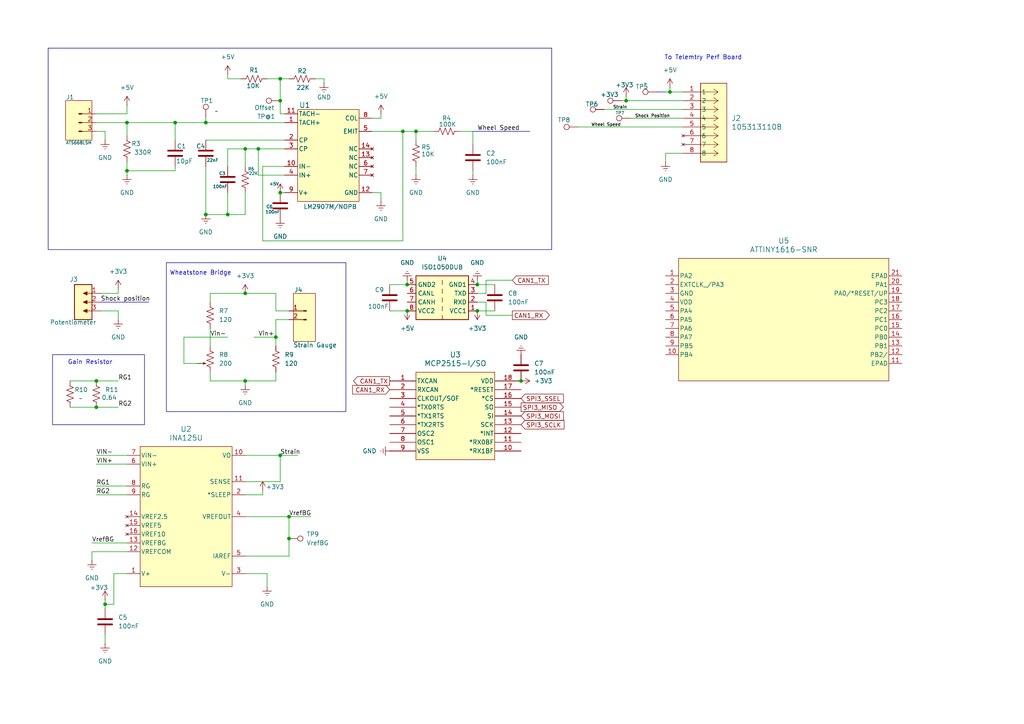
<source format=kicad_sch>
(kicad_sch (version 20231120) (generator "eeschema") (generator_version "8.0")
  (paper "A4")
  (lib_symbols
    (symbol "Conn_01x02_Pin_1" (pin_names (offset 1.016) hide)
      (property "Reference" "J4" (at 3.556 -8.636 0))
      (property "Value" "Strain Gauge" (at 3.81 7.366 0))
      (symbol "Conn_01x02_Pin_1_1_1"
        (polyline (pts (xy 1.27 -2.54) (xy 0.8636 -2.54)) (stroke (width 0.1524)))
        (polyline (pts (xy 1.27 0) (xy 0.8636 0)) (stroke (width 0.1524)))
        (rectangle (start 0.8636 -2.413) (end 0 -2.667) (stroke (width 0.1524)) (fill (type outline)))
        (rectangle (start 0.8636 0.127) (end 0 -0.127) (stroke (width 0.1524)) (fill (type outline)))
        (pin passive line (at 5.08 -2.54 180) (length 3.81) (name "Pin_2") (number "1"))
        (pin passive line (at 5.08 0 180) (length 3.81) (name "Pin_1") (number "2"))
      )
    )
    (symbol "Connector:Conn_01x03_Pin" (pin_names (offset 1.016) hide)
      (property "Reference" "J1" (at -2.54 7.366 0))
      (property "Value" "ATS668LSM" (at 1.27 -6.35 0))
      (symbol "Conn_01x03_Pin_1_1"
        (rectangle (start -3.81 6.35) (end 3.81 -5.08) (stroke (width 0) (color 132 0 0 1)) (fill (type background)))
        (polyline (pts (xy 1.27 -2.54) (xy 0.8636 -2.54)) (stroke (width 0.1524)))
        (polyline (pts (xy 1.27 0) (xy 0.8636 0)) (stroke (width 0.1524)))
        (polyline (pts (xy 1.27 2.54) (xy 0.8636 2.54)) (stroke (width 0.1524)))
        (rectangle (start 0.8636 -2.413) (end 0 -2.667) (stroke (width 0.1524)) (fill (type outline)))
        (rectangle (start 0.8636 0.127) (end 0 -0.127) (stroke (width 0.1524)) (fill (type outline)))
        (rectangle (start 0.8636 2.667) (end 0 2.413) (stroke (width 0.1524)) (fill (type outline)))
        (pin passive line (at 5.08 2.54 180) (length 3.81) (name "Pin_1") (number "1"))
        (pin passive line (at 5.08 0 180) (length 3.81) (name "Pin_2") (number "2"))
        (pin passive line (at 5.08 -2.54 180) (length 3.81) (name "Pin_3") (number "3"))
      )
    )
    (symbol "Connector:TestPoint" (pin_numbers hide) (pin_names (offset 0.762) hide)
      (property "Reference" "TP" (at 0 6.858 0))
      (property "Value" "TestPoint" (at 0 5.08 0))
      (symbol "TestPoint_0_1"
        (circle (center 0 3.302) (radius 0.762))
      )
      (symbol "TestPoint_1_1"
        (pin passive line (at 0 0 90) (length 2.54) (name "1") (number "1"))
      )
    )
    (symbol "Device:C" (pin_numbers hide) (pin_names (offset 0.254))
      (property "Reference" "C" (at 0.635 2.54 0))
      (property "Value" "C" (at 0.635 -2.54 0))
      (symbol "C_0_1"
        (polyline (pts (xy -2.032 -0.762) (xy 2.032 -0.762)) (stroke (width 0.508)))
        (polyline (pts (xy -2.032 0.762) (xy 2.032 0.762)) (stroke (width 0.508)))
      )
      (symbol "C_1_1"
        (pin passive line (at 0 3.81 270) (length 2.794) (name "~") (number "1"))
        (pin passive line (at 0 -3.81 90) (length 2.794) (name "~") (number "2"))
      )
    )
    (symbol "Device:R_Potentiometer" (pin_names (offset 1.016) hide)
      (property "Reference" "J3" (at -2.794 7.874 0))
      (property "Value" "R_Potentiometer" (at 2.54 -4.572 0))
      (symbol "R_Potentiometer_0_1"
        (polyline (pts (xy -1.27 -1.27) (xy -0.127 -0.762) (xy -0.127 -1.778) (xy -1.27 -1.27)) (fill (type outline)))
        (polyline (pts (xy -1.27 1.27) (xy -0.127 1.778) (xy -0.127 0.762) (xy -1.27 1.27)) (fill (type outline)))
        (polyline (pts (xy -1.27 3.81) (xy -0.127 4.318) (xy -0.127 3.302) (xy -1.27 3.81)) (fill (type outline)))
      )
      (symbol "R_Potentiometer_1_1"
        (rectangle (start -3.81 6.35) (end 1.27 -3.81) (stroke (width 0.254)) (fill (type background)))
        (pin passive line (at 3.81 3.81 180) (length 3.81) (name "1") (number "1"))
        (pin passive line (at 3.81 1.27 180) (length 3.81) (name "2") (number "2"))
        (pin passive line (at 3.81 -1.27 180) (length 3.81) (name "3") (number "3"))
      )
    )
    (symbol "Device:R_US" (pin_numbers hide) (pin_names (offset 0))
      (property "Reference" "R" (at 2.54 0 90))
      (property "Value" "R_US" (at -2.54 0 90))
      (symbol "R_US_0_1"
        (polyline (pts (xy 0 -2.286) (xy 0 -2.54)))
        (polyline (pts (xy 0 2.286) (xy 0 2.54)))
        (polyline (pts (xy 0 -0.762) (xy 1.016 -1.143) (xy 0 -1.524) (xy -1.016 -1.905) (xy 0 -2.286)))
        (polyline (pts (xy 0 0.762) (xy 1.016 0.381) (xy 0 0) (xy -1.016 -0.381) (xy 0 -0.762)))
        (polyline (pts (xy 0 2.286) (xy 1.016 1.905) (xy 0 1.524) (xy -1.016 1.143) (xy 0 0.762)))
      )
      (symbol "R_US_1_1"
        (pin passive line (at 0 3.81 270) (length 1.27) (name "~") (number "1"))
        (pin passive line (at 0 -3.81 90) (length 1.27) (name "~") (number "2"))
      )
    )
    (symbol "FS_3_Global_Symbol_Library:LM2907M_NOPB" (pin_names (offset 0.254))
      (property "Value" "LM2907M/NOPB" (at 8.636 -5.334 0))
      (symbol "LM2907M_NOPB_1_1"
        (rectangle (start 0 22.86) (end 17.78 -3.81) (fill (type background)))
        (pin input line (at -3.81 19.05 0) (length 3.81) (name "TACH+") (number "1"))
        (pin input line (at -3.81 6.35 0) (length 3.81) (name "IN-") (number "10"))
        (pin input line (at -3.81 21.59 0) (length 3.81) (name "TACH-") (number "11"))
        (pin power_in line (at 21.59 -1.27 180) (length 3.81) (name "GND") (number "12"))
        (pin no_connect line (at 21.59 8.89 180) (length 3.81) (name "NC") (number "13"))
        (pin no_connect line (at 21.59 11.43 180) (length 3.81) (name "NC") (number "14"))
        (pin passive line (at -3.81 13.97 0) (length 3.81) (name "CP") (number "2"))
        (pin passive line (at -3.81 11.43 0) (length 3.81) (name "CP") (number "3"))
        (pin passive line (at -3.81 3.81 0) (length 3.81) (name "IN+") (number "4"))
        (pin passive line (at 21.59 16.51 180) (length 3.81) (name "EMIT") (number "5"))
        (pin no_connect line (at 21.59 6.35 180) (length 3.81) (name "NC") (number "6"))
        (pin no_connect line (at 21.59 3.81 180) (length 3.81) (name "NC") (number "7"))
        (pin passive line (at 21.59 20.32 180) (length 3.81) (name "COL") (number "8"))
        (pin power_in line (at -3.81 -1.27 0) (length 3.81) (name "V+") (number "9"))
      )
    )
    (symbol "FS_3_Global_Symbol_Library:MCP2515-I_SO" (pin_names (offset 0.254))
      (property "Reference" "U" (at 18.796 7.874 0))
      (property "Value" "MCP2515-I/SO" (at 18.796 4.318 0))
      (symbol "MCP2515-I_SO_0_1"
        (pin unspecified line (at 0 0 0) (length 7.62) (name "TXCAN") (number "1"))
        (pin unspecified line (at 38.1 -20.32 180) (length 7.62) (name "*RX1BF") (number "10"))
        (pin unspecified line (at 38.1 -17.78 180) (length 7.62) (name "*RX0BF") (number "11"))
        (pin unspecified line (at 38.1 -15.24 180) (length 7.62) (name "*INT") (number "12"))
        (pin unspecified line (at 38.1 -12.7 180) (length 7.62) (name "SCK") (number "13"))
        (pin unspecified line (at 38.1 -10.16 180) (length 7.62) (name "SI") (number "14"))
        (pin unspecified line (at 38.1 -7.62 180) (length 7.62) (name "SO") (number "15"))
        (pin unspecified line (at 38.1 -5.08 180) (length 7.62) (name "*CS") (number "16"))
        (pin unspecified line (at 38.1 -2.54 180) (length 7.62) (name "*RESET") (number "17"))
        (pin unspecified line (at 38.1 0 180) (length 7.62) (name "VDD") (number "18"))
        (pin unspecified line (at 0 -2.54 0) (length 7.62) (name "RXCAN") (number "2"))
        (pin unspecified line (at 0 -5.08 0) (length 7.62) (name "CLKOUT/SOF") (number "3"))
        (pin unspecified line (at 0 -7.62 0) (length 7.62) (name "*TX0RTS") (number "4"))
        (pin unspecified line (at 0 -10.16 0) (length 7.62) (name "*TX1RTS") (number "5"))
        (pin unspecified line (at 0 -12.7 0) (length 7.62) (name "*TX2RTS") (number "6"))
        (pin unspecified line (at 0 -15.24 0) (length 7.62) (name "OSC2") (number "7"))
        (pin unspecified line (at 0 -17.78 0) (length 7.62) (name "OSC1") (number "8"))
        (pin unspecified line (at 0 -20.32 0) (length 7.62) (name "VSS") (number "9"))
      )
      (symbol "MCP2515-I_SO_1_1"
        (rectangle (start 7.62 2.54) (end 30.48 -22.86) (fill (type background)))
      )
    )
    (symbol "Graphic:SYM_Arrow_Tiny" (in_bom no) (on_board no)
      (symbol "SYM_Arrow_Tiny_0_1"
        (polyline (pts (xy 1.27 0) (xy -1.27 0)))
        (polyline (pts (xy 1.27 0) (xy 0.508 -0.254) (xy 0.508 0.254) (xy 1.27 0)) (fill (type outline)))
      )
    )
    (symbol "Interface_CAN_LIN:ISO1050DUB"
      (property "Reference" "U" (at -6.35 6.35 0))
      (property "Value" "ISO1050DUB" (at 2.54 6.35 0))
      (symbol "ISO1050DUB_0_1"
        (rectangle (start -7.62 5.08) (end 7.62 -7.62) (stroke (width 0.254)) (fill (type background)))
        (polyline (pts (xy 0 -5.08) (xy 0 -6.35)))
        (polyline (pts (xy 0 -2.54) (xy 0 -3.81)))
        (polyline (pts (xy 0 0) (xy 0 -1.27)))
        (polyline (pts (xy 0 2.54) (xy 0 1.27)))
        (polyline (pts (xy 0 5.08) (xy 0 3.81)))
      )
      (symbol "ISO1050DUB_1_1"
        (pin power_in line (at -10.16 2.54 0) (length 2.54) (name "VCC1") (number "1"))
        (pin output line (at -10.16 0 0) (length 2.54) (name "RXD") (number "2"))
        (pin input line (at -10.16 -2.54 0) (length 2.54) (name "TXD") (number "3"))
        (pin power_in line (at -10.16 -5.08 0) (length 2.54) (name "GND1") (number "4"))
        (pin power_in line (at 10.16 -5.08 180) (length 2.54) (name "GND2") (number "5"))
        (pin bidirectional line (at 10.16 -2.54 180) (length 2.54) (name "CANL") (number "6"))
        (pin bidirectional line (at 10.16 0 180) (length 2.54) (name "CANH") (number "7"))
        (pin power_in line (at 10.16 2.54 180) (length 2.54) (name "VCC2") (number "8"))
      )
    )
    (symbol "New_Library:1053131108" (pin_names (offset 0.254))
      (property "Reference" "J2" (at 13.97 -7.6199 0))
      (property "Value" "1053131108" (at 13.97 -10.1599 0))
      (symbol "1053131108_1_1"
        (polyline (pts (xy 5.08 -20.32) (xy 12.7 -20.32)) (stroke (width 0.127)))
        (polyline (pts (xy 5.08 2.54) (xy 5.08 -20.32)) (stroke (width 0.127)))
        (polyline (pts (xy 10.16 -17.78) (xy 5.08 -17.78)) (stroke (width 0.127)))
        (polyline (pts (xy 10.16 -17.78) (xy 8.89 -18.6267)) (stroke (width 0.127)))
        (polyline (pts (xy 10.16 -17.78) (xy 8.89 -16.9333)) (stroke (width 0.127)))
        (polyline (pts (xy 10.16 -15.24) (xy 5.08 -15.24)) (stroke (width 0.127)))
        (polyline (pts (xy 10.16 -15.24) (xy 8.89 -16.0867)) (stroke (width 0.127)))
        (polyline (pts (xy 10.16 -15.24) (xy 8.89 -14.3933)) (stroke (width 0.127)))
        (polyline (pts (xy 10.16 -12.7) (xy 5.08 -12.7)) (stroke (width 0.127)))
        (polyline (pts (xy 10.16 -12.7) (xy 8.89 -13.5467)) (stroke (width 0.127)))
        (polyline (pts (xy 10.16 -12.7) (xy 8.89 -11.8533)) (stroke (width 0.127)))
        (polyline (pts (xy 10.16 -10.16) (xy 5.08 -10.16)) (stroke (width 0.127)))
        (polyline (pts (xy 10.16 -10.16) (xy 8.89 -11.0067)) (stroke (width 0.127)))
        (polyline (pts (xy 10.16 -10.16) (xy 8.89 -9.3133)) (stroke (width 0.127)))
        (polyline (pts (xy 10.16 -7.62) (xy 5.08 -7.62)) (stroke (width 0.127)))
        (polyline (pts (xy 10.16 -7.62) (xy 8.89 -8.4667)) (stroke (width 0.127)))
        (polyline (pts (xy 10.16 -7.62) (xy 8.89 -6.7733)) (stroke (width 0.127)))
        (polyline (pts (xy 10.16 -5.08) (xy 5.08 -5.08)) (stroke (width 0.127)))
        (polyline (pts (xy 10.16 -5.08) (xy 8.89 -5.9267)) (stroke (width 0.127)))
        (polyline (pts (xy 10.16 -5.08) (xy 8.89 -4.2333)) (stroke (width 0.127)))
        (polyline (pts (xy 10.16 -2.54) (xy 5.08 -2.54)) (stroke (width 0.127)))
        (polyline (pts (xy 10.16 -2.54) (xy 8.89 -3.3867)) (stroke (width 0.127)))
        (polyline (pts (xy 10.16 -2.54) (xy 8.89 -1.6933)) (stroke (width 0.127)))
        (polyline (pts (xy 10.16 0) (xy 5.08 0)) (stroke (width 0.127)))
        (polyline (pts (xy 10.16 0) (xy 8.89 -0.8467)) (stroke (width 0.127)))
        (polyline (pts (xy 10.16 0) (xy 8.89 0.8467)) (stroke (width 0.127)))
        (polyline (pts (xy 12.7 2.54) (xy 5.08 2.54)) (stroke (width 0.127)))
        (rectangle (start 5.08 2.54) (end 12.7 -20.32) (fill (type background)))
        (pin unspecified line (at 0 0 0) (length 5.08) (name "1") (number "1"))
        (pin unspecified line (at 0 -2.54 0) (length 5.08) (name "2") (number "2"))
        (pin unspecified line (at 0 -5.08 0) (length 5.08) (name "3") (number "3"))
        (pin unspecified line (at 0 -7.62 0) (length 5.08) (name "4") (number "4"))
        (pin unspecified line (at 0 -10.16 0) (length 5.08) (name "5") (number "5"))
        (pin no_connect line (at 0 -12.7 0) (length 5.08) (name "6") (number "6"))
        (pin no_connect line (at 0 -15.24 0) (length 5.08) (name "7") (number "7"))
        (pin unspecified line (at 0 -17.78 0) (length 5.08) (name "8") (number "8"))
      )
      (symbol "1053131108_1_2"
        (polyline (pts (xy 5.08 -20.32) (xy 12.7 -20.32)) (stroke (width 0.127)))
        (polyline (pts (xy 5.08 2.54) (xy 5.08 -20.32)) (stroke (width 0.127)))
        (polyline (pts (xy 7.62 -17.78) (xy 5.08 -17.78)) (stroke (width 0.127)))
        (polyline (pts (xy 7.62 -17.78) (xy 8.89 -18.6267)) (stroke (width 0.127)))
        (polyline (pts (xy 7.62 -17.78) (xy 8.89 -16.9333)) (stroke (width 0.127)))
        (polyline (pts (xy 7.62 -15.24) (xy 5.08 -15.24)) (stroke (width 0.127)))
        (polyline (pts (xy 7.62 -15.24) (xy 8.89 -16.0867)) (stroke (width 0.127)))
        (polyline (pts (xy 7.62 -15.24) (xy 8.89 -14.3933)) (stroke (width 0.127)))
        (polyline (pts (xy 7.62 -12.7) (xy 5.08 -12.7)) (stroke (width 0.127)))
        (polyline (pts (xy 7.62 -12.7) (xy 8.89 -13.5467)) (stroke (width 0.127)))
        (polyline (pts (xy 7.62 -12.7) (xy 8.89 -11.8533)) (stroke (width 0.127)))
        (polyline (pts (xy 7.62 -10.16) (xy 5.08 -10.16)) (stroke (width 0.127)))
        (polyline (pts (xy 7.62 -10.16) (xy 8.89 -11.0067)) (stroke (width 0.127)))
        (polyline (pts (xy 7.62 -10.16) (xy 8.89 -9.3133)) (stroke (width 0.127)))
        (polyline (pts (xy 7.62 -7.62) (xy 5.08 -7.62)) (stroke (width 0.127)))
        (polyline (pts (xy 7.62 -7.62) (xy 8.89 -8.4667)) (stroke (width 0.127)))
        (polyline (pts (xy 7.62 -7.62) (xy 8.89 -6.7733)) (stroke (width 0.127)))
        (polyline (pts (xy 7.62 -5.08) (xy 5.08 -5.08)) (stroke (width 0.127)))
        (polyline (pts (xy 7.62 -5.08) (xy 8.89 -5.9267)) (stroke (width 0.127)))
        (polyline (pts (xy 7.62 -5.08) (xy 8.89 -4.2333)) (stroke (width 0.127)))
        (polyline (pts (xy 7.62 -2.54) (xy 5.08 -2.54)) (stroke (width 0.127)))
        (polyline (pts (xy 7.62 -2.54) (xy 8.89 -3.3867)) (stroke (width 0.127)))
        (polyline (pts (xy 7.62 -2.54) (xy 8.89 -1.6933)) (stroke (width 0.127)))
        (polyline (pts (xy 7.62 0) (xy 5.08 0)) (stroke (width 0.127)))
        (polyline (pts (xy 7.62 0) (xy 8.89 -0.8467)) (stroke (width 0.127)))
        (polyline (pts (xy 7.62 0) (xy 8.89 0.8467)) (stroke (width 0.127)))
        (polyline (pts (xy 12.7 -20.32) (xy 12.7 2.54)) (stroke (width 0.127)))
        (polyline (pts (xy 12.7 2.54) (xy 5.08 2.54)) (stroke (width 0.127)))
        (pin unspecified line (at 0 0 0) (length 5.08) (name "1") (number "1"))
        (pin unspecified line (at 0 -2.54 0) (length 5.08) (name "2") (number "2"))
        (pin unspecified line (at 0 -5.08 0) (length 5.08) (name "3") (number "3"))
        (pin unspecified line (at 0 -7.62 0) (length 5.08) (name "4") (number "4"))
        (pin unspecified line (at 0 -10.16 0) (length 5.08) (name "5") (number "5"))
        (pin unspecified line (at 0 -12.7 0) (length 5.08) (name "6") (number "6"))
        (pin unspecified line (at 0 -15.24 0) (length 5.08) (name "7") (number "7"))
        (pin unspecified line (at 0 -17.78 0) (length 5.08) (name "8") (number "8"))
      )
    )
    (symbol "New_Library:ATTINY1616-MNR" (pin_names (offset 0.254))
      (property "Reference" "U" (at 38.1 10.16 0))
      (property "Value" "ATTINY1616-MNR" (at 38.1 7.62 0))
      (symbol "ATTINY1616-MNR_1_1"
        (rectangle (start 7.62 5.08) (end 68.58 -30.48) (fill (type background)))
        (pin bidirectional line (at 3.81 0 0) (length 3.81) (name "PA2") (number "1"))
        (pin bidirectional line (at 3.81 -22.86 0) (length 3.81) (name "PB4") (number "10"))
        (pin unspecified line (at 72.39 -25.4 180) (length 3.81) (name "EPAD") (number "11"))
        (pin bidirectional line (at 72.39 -22.86 180) (length 3.81) (name "PB2/") (number "12"))
        (pin bidirectional line (at 72.39 -20.32 180) (length 3.81) (name "PB1") (number "13"))
        (pin bidirectional line (at 72.39 -17.78 180) (length 3.81) (name "PB0") (number "14"))
        (pin bidirectional line (at 72.39 -15.24 180) (length 3.81) (name "PC0") (number "15"))
        (pin bidirectional line (at 72.39 -12.7 180) (length 3.81) (name "PC1") (number "16"))
        (pin bidirectional line (at 72.39 -10.16 180) (length 3.81) (name "PC2") (number "17"))
        (pin bidirectional line (at 72.39 -7.62 180) (length 3.81) (name "PC3") (number "18"))
        (pin bidirectional line (at 72.39 -5.08 180) (length 3.81) (name "PA0/*RESET/UP") (number "19"))
        (pin unspecified line (at 3.81 -2.54 0) (length 3.81) (name "EXTCLK_/PA3") (number "2"))
        (pin bidirectional line (at 72.39 -2.54 180) (length 3.81) (name "PA1") (number "20"))
        (pin unspecified line (at 72.39 0 180) (length 3.81) (name "EPAD") (number "21"))
        (pin power_out line (at 3.81 -5.08 0) (length 3.81) (name "GND") (number "3"))
        (pin power_in line (at 3.81 -7.62 0) (length 3.81) (name "VDD") (number "4"))
        (pin bidirectional line (at 3.81 -10.16 0) (length 3.81) (name "PA4") (number "5"))
        (pin bidirectional line (at 3.81 -12.7 0) (length 3.81) (name "PA5") (number "6"))
        (pin bidirectional line (at 3.81 -15.24 0) (length 3.81) (name "PA6") (number "7"))
        (pin bidirectional line (at 3.81 -17.78 0) (length 3.81) (name "PA7") (number "8"))
        (pin bidirectional line (at 3.81 -20.32 0) (length 3.81) (name "PB5") (number "9"))
      )
    )
    (symbol "New_Library:INA125U" (pin_names (offset 0.254))
      (property "Reference" "U1" (at 29.845 10.16 0))
      (property "Value" "INA125U" (at 29.845 7.62 0))
      (symbol "INA125U_1_1"
        (rectangle (start 16.51 5.08) (end 43.18 -35.56) (fill (type background)))
        (pin power_in line (at 12.7 -31.75 0) (length 3.81) (name "V+") (number "1"))
        (pin output line (at 46.99 2.54 180) (length 3.81) (name "VO") (number "10"))
        (pin unspecified line (at 46.99 -5.08 180) (length 3.81) (name "SENSE") (number "11"))
        (pin power_in line (at 12.7 -25.4 0) (length 3.81) (name "VREFCOM") (number "12"))
        (pin power_in line (at 12.7 -22.86 0) (length 3.81) (name "VREFBG") (number "13"))
        (pin no_connect line (at 12.7 -15.24 0) (length 3.81) (name "VREF2.5") (number "14"))
        (pin no_connect line (at 12.7 -17.78 0) (length 3.81) (name "VREF5") (number "15"))
        (pin no_connect line (at 12.7 -20.32 0) (length 3.81) (name "VREF10") (number "16"))
        (pin unspecified line (at 46.99 -8.89 180) (length 3.81) (name "*SLEEP") (number "2"))
        (pin power_in line (at 46.99 -31.75 180) (length 3.81) (name "V-") (number "3"))
        (pin output line (at 46.99 -15.24 180) (length 3.81) (name "VREFOUT") (number "4"))
        (pin unspecified line (at 46.99 -26.67 180) (length 3.81) (name "IAREF") (number "5"))
        (pin input line (at 12.7 0 0) (length 3.81) (name "VIN+") (number "6"))
        (pin input line (at 12.7 2.54 0) (length 3.81) (name "VIN-") (number "7"))
        (pin unspecified line (at 12.7 -6.35 0) (length 3.81) (name "RG") (number "8"))
        (pin unspecified line (at 12.7 -8.89 0) (length 3.81) (name "RG") (number "9"))
      )
    )
    (symbol "power:+3V3" (power) (pin_numbers hide) (pin_names (offset 0) hide)
      (property "Value" "+3V3" (at 0 3.556 0))
      (symbol "+3V3_0_1"
        (polyline (pts (xy -0.762 1.27) (xy 0 2.54)))
        (polyline (pts (xy 0 0) (xy 0 2.54)))
        (polyline (pts (xy 0 2.54) (xy 0.762 1.27)))
      )
      (symbol "+3V3_1_1"
        (pin power_in line (at 0 0 90) (length 0) (name "~") (number "1"))
      )
    )
    (symbol "power:+5V" (power) (pin_numbers hide) (pin_names (offset 0) hide)
      (property "Value" "+5V" (at 0 3.556 0))
      (symbol "+5V_0_1"
        (polyline (pts (xy -0.762 1.27) (xy 0 2.54)))
        (polyline (pts (xy 0 0) (xy 0 2.54)))
        (polyline (pts (xy 0 2.54) (xy 0.762 1.27)))
      )
      (symbol "+5V_1_1"
        (pin power_in line (at 0 0 90) (length 0) (name "~") (number "1"))
      )
    )
    (symbol "power:GNDREF" (power) (pin_numbers hide) (pin_names (offset 0) hide)
      (property "Value" "GNDREF" (at 0 -3.81 0))
      (symbol "GNDREF_0_1"
        (polyline (pts (xy -0.635 -1.905) (xy 0.635 -1.905)))
        (polyline (pts (xy -0.127 -2.54) (xy 0.127 -2.54)))
        (polyline (pts (xy 0 -1.27) (xy 0 0)))
        (polyline (pts (xy 1.27 -1.27) (xy -1.27 -1.27)))
      )
      (symbol "GNDREF_1_1"
        (pin power_in line (at 0 0 270) (length 0) (name "~") (number "1"))
      )
    )
  )
  (junction (at 81.28 29.21))
  (junction (at 118.11 82.55))
  (junction (at 59.69 35.56))
  (junction (at 71.12 43.18))
  (junction (at 80.01 97.79))
  (junction (at 83.82 156.21))
  (junction (at 83.82 149.86))
  (junction (at 81.28 132.08))
  (junction (at 151.13 110.49))
  (junction (at 81.28 55.88))
  (junction (at 138.43 90.17))
  (junction (at 36.83 49.53))
  (junction (at 66.04 62.23))
  (junction (at 118.11 90.17))
  (junction (at 59.69 62.23))
  (junction (at 36.83 35.56))
  (junction (at 74.93 43.18))
  (junction (at 116.84 38.1))
  (junction (at 71.12 85.09))
  (junction (at 81.28 22.86))
  (junction (at 27.94 118.11))
  (junction (at 194.31 26.67))
  (junction (at 138.43 82.55))
  (junction (at 27.94 110.49))
  (junction (at 71.12 110.49))
  (junction (at 120.65 38.1))
  (junction (at 50.8 35.56))
  (junction (at 181.61 29.21))
  (junction (at 30.48 175.26))
  (wire (pts (xy 50.8 35.56) (xy 59.69 35.56)))
  (wire (pts (xy 60.96 85.09) (xy 60.96 87.63)))
  (wire (pts (xy 140.97 81.28) (xy 148.59 81.28)))
  (wire (pts (xy 198.12 29.21) (xy 181.61 29.21)))
  (wire (pts (xy 36.83 30.48) (xy 36.83 33.02)))
  (wire (pts (xy 71.12 55.88) (xy 71.12 62.23)))
  (wire (pts (xy 33.02 175.26) (xy 30.48 175.26)))
  (wire (pts (xy 137.16 49.53) (xy 137.16 50.8)))
  (wire (pts (xy 36.83 160.02) (xy 26.67 160.02)))
  (wire (pts (xy 120.65 48.26) (xy 120.65 50.8)))
  (wire (pts (xy 20.32 110.49) (xy 27.94 110.49)))
  (wire (pts (xy 20.32 118.11) (xy 27.94 118.11)))
  (wire (pts (xy 81.28 33.02) (xy 81.28 29.21)))
  (wire (pts (xy 138.43 81.28) (xy 138.43 82.55)))
  (wire (pts (xy 66.04 43.18) (xy 66.04 48.26)))
  (wire (pts (xy 83.82 149.86) (xy 90.17 149.86)))
  (wire (pts (xy 69.85 22.86) (xy 66.04 22.86)))
  (wire (pts (xy 80.01 97.79) (xy 80.01 100.33)))
  (wire (pts (xy 71.12 85.09) (xy 60.96 85.09)))
  (wire (pts (xy 137.16 38.1) (xy 133.35 38.1)))
  (wire (pts (xy 83.82 92.71) (xy 80.01 92.71)))
  (wire (pts (xy 60.96 95.25) (xy 60.96 100.33)))
  (wire (pts (xy 116.84 38.1) (xy 120.65 38.1)))
  (wire (pts (xy 82.55 50.8) (xy 74.93 50.8)))
  (wire (pts (xy 27.94 33.02) (xy 36.83 33.02)))
  (wire (pts (xy 27.94 140.97) (xy 36.83 140.97)))
  (wire (pts (xy 83.82 156.21) (xy 83.82 161.29)))
  (wire (pts (xy 120.65 38.1) (xy 120.65 40.64)))
  (wire (pts (xy 26.67 157.48) (xy 36.83 157.48)))
  (wire (pts (xy 110.49 55.88) (xy 107.95 55.88)))
  (wire (pts (xy 76.2 143.51) (xy 71.12 143.51)))
  (wire (pts (xy 193.04 26.67) (xy 194.31 26.67)))
  (wire (pts (xy 181.61 29.21) (xy 181.61 27.94)))
  (wire (pts (xy 110.49 33.02) (xy 110.49 34.29)))
  (wire (pts (xy 27.94 143.51) (xy 36.83 143.51)))
  (wire (pts (xy 66.04 22.86) (xy 66.04 21.59)))
  (wire (pts (xy 34.29 90.17) (xy 34.29 92.71)))
  (wire (pts (xy 120.65 38.1) (xy 125.73 38.1)))
  (wire (pts (xy 71.12 62.23) (xy 66.04 62.23)))
  (wire (pts (xy 82.55 33.02) (xy 81.28 33.02)))
  (wire (pts (xy 30.48 175.26) (xy 30.48 176.53)))
  (wire (pts (xy 71.12 132.08) (xy 81.28 132.08)))
  (wire (pts (xy 66.04 62.23) (xy 59.69 62.23)))
  (wire (pts (xy 53.34 105.41) (xy 58.42 105.41)))
  (wire (pts (xy 83.82 90.17) (xy 80.01 90.17)))
  (wire (pts (xy 137.16 41.91) (xy 137.16 38.1)))
  (wire (pts (xy 77.47 166.37) (xy 71.12 166.37)))
  (wire (pts (xy 113.03 90.17) (xy 118.11 90.17)))
  (polyline (pts (xy 190.5 26.67) (xy 193.04 26.67)))
  (wire (pts (xy 71.12 43.18) (xy 74.93 43.18)))
  (wire (pts (xy 116.84 69.85) (xy 116.84 38.1)))
  (wire (pts (xy 81.28 22.86) (xy 83.82 22.86)))
  (wire (pts (xy 138.43 90.17) (xy 143.51 90.17)))
  (wire (pts (xy 36.83 49.53) (xy 36.83 50.8)))
  (wire (pts (xy 77.47 170.18) (xy 77.47 166.37)))
  (wire (pts (xy 36.83 166.37) (xy 33.02 166.37)))
  (wire (pts (xy 194.31 26.67) (xy 194.31 25.4)))
  (wire (pts (xy 81.28 55.88) (xy 82.55 55.88)))
  (wire (pts (xy 59.69 48.26) (xy 59.69 62.23)))
  (wire (pts (xy 193.04 44.45) (xy 193.04 46.99)))
  (wire (pts (xy 93.98 22.86) (xy 93.98 24.13)))
  (wire (pts (xy 71.12 139.7) (xy 81.28 139.7)))
  (wire (pts (xy 50.8 49.53) (xy 36.83 49.53)))
  (wire (pts (xy 81.28 139.7) (xy 81.28 132.08)))
  (wire (pts (xy 110.49 58.42) (xy 110.49 55.88)))
  (wire (pts (xy 60.96 110.49) (xy 71.12 110.49)))
  (wire (pts (xy 30.48 38.1) (xy 30.48 40.64)))
  (wire (pts (xy 36.83 39.37) (xy 36.83 35.56)))
  (wire (pts (xy 76.2 69.85) (xy 116.84 69.85)))
  (wire (pts (xy 50.8 35.56) (xy 50.8 40.64)))
  (wire (pts (xy 36.83 35.56) (xy 50.8 35.56)))
  (wire (pts (xy 34.29 83.82) (xy 34.29 85.09)))
  (wire (pts (xy 140.97 91.44) (xy 148.59 91.44)))
  (wire (pts (xy 138.43 85.09) (xy 140.97 85.09)))
  (wire (pts (xy 71.12 110.49) (xy 71.12 111.76)))
  (wire (pts (xy 26.67 160.02) (xy 26.67 162.56)))
  (wire (pts (xy 34.29 85.09) (xy 29.21 85.09)))
  (wire (pts (xy 36.83 35.56) (xy 27.94 35.56)))
  (wire (pts (xy 198.12 26.67) (xy 194.31 26.67)))
  (wire (pts (xy 50.8 48.26) (xy 50.8 49.53)))
  (wire (pts (xy 66.04 97.79) (xy 53.34 97.79)))
  (wire (pts (xy 138.43 87.63) (xy 140.97 87.63)))
  (wire (pts (xy 83.82 149.86) (xy 83.82 156.21)))
  (wire (pts (xy 180.34 29.21) (xy 181.61 29.21)))
  (wire (pts (xy 36.83 46.99) (xy 36.83 49.53)))
  (wire (pts (xy 107.95 38.1) (xy 116.84 38.1)))
  (wire (pts (xy 140.97 87.63) (xy 140.97 91.44)))
  (wire (pts (xy 27.94 110.49) (xy 34.29 110.49)))
  (wire (pts (xy 113.03 82.55) (xy 118.11 82.55)))
  (polyline (pts (xy 29.21 87.63) (xy 43.18 87.63)))
  (wire (pts (xy 182.88 34.29) (xy 198.12 34.29)))
  (wire (pts (xy 27.94 38.1) (xy 30.48 38.1)))
  (wire (pts (xy 71.12 43.18) (xy 71.12 48.26)))
  (wire (pts (xy 83.82 161.29) (xy 71.12 161.29)))
  (wire (pts (xy 80.01 85.09) (xy 71.12 85.09)))
  (wire (pts (xy 29.21 90.17) (xy 34.29 90.17)))
  (polyline (pts (xy 137.16 38.1) (xy 153.67 38.1)))
  (wire (pts (xy 91.44 22.86) (xy 93.98 22.86)))
  (wire (pts (xy 175.26 31.75) (xy 198.12 31.75)))
  (wire (pts (xy 198.12 44.45) (xy 193.04 44.45)))
  (wire (pts (xy 66.04 55.88) (xy 66.04 62.23)))
  (wire (pts (xy 76.2 48.26) (xy 76.2 69.85)))
  (wire (pts (xy 59.69 40.64) (xy 82.55 40.64)))
  (wire (pts (xy 74.93 43.18) (xy 74.93 50.8)))
  (wire (pts (xy 27.94 134.62) (xy 36.83 134.62)))
  (wire (pts (xy 27.94 118.11) (xy 34.29 118.11)))
  (wire (pts (xy 80.01 92.71) (xy 80.01 97.79)))
  (wire (pts (xy 71.12 149.86) (xy 83.82 149.86)))
  (wire (pts (xy 81.28 132.08) (xy 86.36 132.08)))
  (wire (pts (xy 60.96 107.95) (xy 60.96 110.49)))
  (wire (pts (xy 77.47 22.86) (xy 81.28 22.86)))
  (wire (pts (xy 138.43 82.55) (xy 143.51 82.55)))
  (wire (pts (xy 59.69 35.56) (xy 82.55 35.56)))
  (wire (pts (xy 167.64 36.83) (xy 198.12 36.83)))
  (wire (pts (xy 53.34 97.79) (xy 53.34 105.41)))
  (wire (pts (xy 76.2 142.24) (xy 76.2 143.51)))
  (wire (pts (xy 140.97 85.09) (xy 140.97 81.28)))
  (wire (pts (xy 110.49 34.29) (xy 107.95 34.29)))
  (wire (pts (xy 74.93 43.18) (xy 82.55 43.18)))
  (wire (pts (xy 33.02 166.37) (xy 33.02 175.26)))
  (wire (pts (xy 118.11 81.28) (xy 118.11 82.55)))
  (wire (pts (xy 71.12 110.49) (xy 80.01 110.49)))
  (wire (pts (xy 30.48 173.99) (xy 30.48 175.26)))
  (wire (pts (xy 59.69 35.56) (xy 59.69 34.29)))
  (wire (pts (xy 27.94 132.08) (xy 36.83 132.08)))
  (wire (pts (xy 80.01 90.17) (xy 80.01 85.09)))
  (wire (pts (xy 81.28 22.86) (xy 81.28 29.21)))
  (wire (pts (xy 80.01 107.95) (xy 80.01 110.49)))
  (wire (pts (xy 73.66 97.79) (xy 80.01 97.79)))
  (wire (pts (xy 71.12 43.18) (xy 66.04 43.18)))
  (wire (pts (xy 30.48 184.15) (xy 30.48 186.69)))
  (wire (pts (xy 82.55 48.26) (xy 76.2 48.26)))
  (rectangle (start 85.09 85.09) (end 91.44 99.06) (stroke (width 0) (color 132 0 0 1)) (fill (type color) (color 255 255 194 1)))
  (rectangle (start 15.24 102.87) (end 41.91 123.19) (stroke (width 0) (color 0 0 132 1)))
  (rectangle (start 48.26 76.2) (end 100.33 119.38) (stroke (width 0) (color 0 0 132 1)))
  (rectangle (start 13.97 13.97) (end 160.02 72.39) (stroke (width 0) (color 0 0 132 1)))
  (text "" (at 23.114 45.212 0) (effects (font (size 0.889 0.889))))
  (text "To Telemtry Perf Board\n" (at 203.962 16.764 0) (effects (font (size 1.27 1.27))))
  (text "Gain Resistor\n" (at 26.162 105.156 0) (effects (font (size 1.27 1.27))))
  (text "" (at 88.392 30.48 0) (effects (font (size 1.27 1.27))))
  (text "Wheatstone Bridge\n" (at 58.166 79.248 0) (effects (font (size 1.27 1.27))))
  (label "Vin-" (at 60.96 97.79 0))
  (label "Shock Position" (at 184.15 34.29 0) (effects (font (size 0.889 0.889))))
  (label "RG2" (at 27.94 143.51 0))
  (label "Strain" (at 177.8 31.75 0) (effects (font (size 0.889 0.889))))
  (label "Shock position" (at 29.21 87.63 0))
  (label "VrefBG" (at 26.67 157.48 0))
  (label "VIN+" (at 27.94 134.62 0))
  (label "Wheel Speed" (at 171.45 36.83 0) (effects (font (size 0.889 0.889))))
  (label "VIN-" (at 27.94 132.08 0))
  (label "VrefBG" (at 83.82 149.86 0))
  (label "Strain" (at 81.28 132.08 0))
  (label "Wheel Speed" (at 138.43 38.1 0))
  (label "RG2" (at 34.29 118.11 0))
  (label "Vin+" (at 74.93 97.79 0))
  (label "RG1" (at 34.29 110.49 0))
  (label "RG1" (at 27.94 140.97 0))
  (global_label "CAN1_TX" (shape output) (at 113.03 110.49 180) (property "Intersheetrefs" "${INTERSHEET_REFS}" (effects (hide yes))))
  (global_label "SPI3_SSEL" (shape input) (at 151.13 115.57 0) (property "Intersheetrefs" "${INTERSHEET_REFS}" (effects (hide yes))))
  (global_label "CAN1_TX" (shape input) (at 148.59 81.28 0) (property "Intersheetrefs" "${INTERSHEET_REFS}" (effects (hide yes))))
  (global_label "CAN1_RX" (shape output) (at 148.59 91.44 0) (property "Intersheetrefs" "${INTERSHEET_REFS}" (effects (hide yes))))
  (global_label "SPI3_MISO" (shape output) (at 151.13 118.11 0) (property "Intersheetrefs" "${INTERSHEET_REFS}" (effects (hide yes))))
  (global_label "SPI3_MOSI" (shape input) (at 151.13 120.65 0) (property "Intersheetrefs" "${INTERSHEET_REFS}" (effects (hide yes))))
  (global_label "CAN1_RX" (shape input) (at 113.03 113.03 180) (property "Intersheetrefs" "${INTERSHEET_REFS}" (effects (hide yes))))
  (global_label "SPI3_SCLK" (shape input) (at 151.13 123.19 0) (property "Intersheetrefs" "${INTERSHEET_REFS}" (effects (hide yes))))
  (symbol (lib_id "Connector:TestPoint") (at 59.69 34.29 0) (unit 1)
    (property "Reference" "TP1" (at 58.166 29.21 0) (effects (justify left)))
    (property "Value" "~" (at 62.23 32.2579 0) (effects (justify left)))
    (property "Footprint" "TestPoint:TestPoint_Loop_D3.80mm_Drill2.0mm" (effects (hide yes)))
    (property "Description" "test point" (effects (hide yes)))
  )
  (symbol (lib_id "power:+5V") (at 110.49 33.02 0) (unit 1)
    (property "Reference" "#PWR05" (effects (hide yes)))
    (property "Value" "+5V" (at 110.49 27.94 0))
    (property "Description" "Power symbol creates a global label with name \"+5V\"" (effects (hide yes)))
  )
  (symbol (lib_id "power:+3V3") (at 71.12 85.09 0) (unit 1)
    (property "Reference" "#PWR016" (effects (hide yes)))
    (property "Value" "+3V3" (at 71.12 80.01 0))
    (property "Description" "Power symbol creates a global label with name \"+3V3\"" (effects (hide yes)))
  )
  (symbol (lib_id "Graphic:SYM_Arrow_Tiny") (at 58.42 105.41 0) (unit 1) (exclude_from_sim yes) (in_bom no) (on_board no)
    (property "Reference" "#SYM1" (effects (hide yes)))
    (property "Value" "SYM_Arrow_Tiny" (effects (hide yes)))
    (property "Description" "Filled arrow, 100mil" (effects (hide yes)))
  )
  (symbol (lib_id "Device:R_US") (at 87.63 22.86 90) (unit 1)
    (property "Reference" "R2" (at 87.63 20.574 90))
    (property "Value" "10K" (at 73.406 24.892 90))
    (property "Footprint" "Resistor_SMD:R_0805_2012Metric_Pad1.20x1.40mm_HandSolder" (effects (hide yes)))
    (property "Description" "Resistor, US symbol" (effects (hide yes)))
  )
  (symbol (lib_id "New_Library:1053131108") (at 198.12 26.67 0) (unit 1)
    (property "Reference" "J2" (at 212.09 34.2899 0) (effects (font (size 1.524 1.524)) (justify left)))
    (property "Value" "1053131108" (at 212.09 36.8299 0) (effects (font (size 1.524 1.524)) (justify left)))
    (property "Footprint" "New Library:CON_1053131108" (effects (hide yes)))
    (property "Datasheet" "1053131108" (effects (hide yes)))
  )
  (symbol (lib_id "power:GNDREF") (at 120.65 50.8 0) (unit 1)
    (property "Reference" "#PWR06" (effects (hide yes)))
    (property "Value" "GND" (at 120.65 55.88 0))
    (property "Description" "Power symbol creates a global label with name \"GNDREF\" , reference supply ground" (effects (hide yes)))
  )
  (symbol (lib_id "Device:C") (at 66.04 52.07 0) (unit 1)
    (property "Reference" "C3" (at 63.5 50.292 0) (effects (font (size 0.889 0.889)) (justify left)))
    (property "Value" "100nF" (at 61.722 54.102 0) (effects (font (size 0.889 0.889)) (justify left)))
    (property "Footprint" "Capacitor_SMD:C_0805_2012Metric_Pad1.18x1.45mm_HandSolder" (effects (hide yes)))
    (property "Description" "Unpolarized capacitor" (effects (hide yes)))
  )
  (symbol (lib_id "Device:R_US") (at 71.12 52.07 0) (unit 1)
    (property "Reference" "R6" (at 71.882 49.022 0) (effects (font (size 0.889 0.889)) (justify left)))
    (property "Value" "22K" (at 72.136 50.292 0) (effects (font (size 0.889 0.889)) (justify left)))
    (property "Footprint" "Resistor_SMD:R_0805_2012Metric_Pad1.20x1.40mm_HandSolder" (effects (hide yes)))
    (property "Description" "Resistor, US symbol" (effects (hide yes)))
  )
  (symbol (lib_id "Connector:TestPoint") (at 180.34 29.21 90) (unit 1)
    (property "Reference" "+3V3" (at 176.784 27.432 90))
    (property "Value" "TestPoint" (effects (hide yes)))
    (property "Footprint" "TestPoint:TestPoint_Loop_D3.80mm_Drill2.0mm" (effects (hide yes)))
    (property "Description" "test point" (effects (hide yes)))
  )
  (symbol (lib_id "New_Library:ATTINY1616-MNR") (at 189.23 80.01 0) (unit 1)
    (property "Reference" "U5" (at 227.33 69.85 0) (effects (font (size 1.524 1.524))))
    (property "Value" "ATTINY1616-SNR" (at 227.33 72.39 0) (effects (font (size 1.524 1.524))))
    (property "Footprint" "Package_SO:SOIC-20W_7.5x12.8mm_P1.27mm" (effects (hide yes)))
    (property "Datasheet" "ATTINY1616-MNR" (effects (hide yes)))
  )
  (symbol (lib_id "Connector:TestPoint") (at 81.28 29.21 90) (unit 1)
    (property "Reference" "TP@1" (at 77.216 33.782 90))
    (property "Value" "Offset" (at 76.708 31.242 90))
    (property "Footprint" "TestPoint:TestPoint_Loop_D3.80mm_Drill2.0mm" (effects (hide yes)))
    (property "Description" "test point" (effects (hide yes)))
  )
  (symbol (lib_id "power:GNDREF") (at 59.69 62.23 0) (unit 1)
    (property "Reference" "#PWR010" (effects (hide yes)))
    (property "Value" "GND" (at 59.69 67.31 0))
    (property "Description" "Power symbol creates a global label with name \"GNDREF\" , reference supply ground" (effects (hide yes)))
  )
  (symbol (lib_id "Device:C") (at 50.8 44.45 0) (unit 1)
    (property "Reference" "C1" (at 51.308 42.418 0) (effects (justify left)))
    (property "Value" "10pF" (at 51.054 46.736 0) (effects (justify left)))
    (property "Footprint" "Capacitor_SMD:C_0805_2012Metric_Pad1.18x1.45mm_HandSolder" (effects (hide yes)))
    (property "Description" "Unpolarized capacitor" (effects (hide yes)))
  )
  (symbol (lib_id "power:+3V3") (at 138.43 90.17 180) (unit 1)
    (property "Reference" "#PWR031" (effects (hide yes)))
    (property "Value" "+3V3" (at 138.43 95.25 0))
    (property "Description" "Power symbol creates a global label with name \"+3V3\"" (effects (hide yes)))
  )
  (symbol (lib_id "power:+3V3") (at 30.48 173.99 0) (unit 1)
    (property "Reference" "#PWR019" (effects (hide yes)))
    (property "Value" "+3V3" (at 28.702 170.434 0))
    (property "Description" "Power symbol creates a global label with name \"+3V3\"" (effects (hide yes)))
  )
  (symbol (lib_id "Device:R_US") (at 80.01 104.14 0) (unit 1)
    (property "Reference" "R9" (at 82.55 102.8699 0) (effects (justify left)))
    (property "Value" "120" (at 82.55 105.4099 0) (effects (justify left)))
    (property "Footprint" "Resistor_SMD:R_0805_2012Metric_Pad1.20x1.40mm_HandSolder" (effects (hide yes)))
    (property "Description" "Resistor, US symbol" (effects (hide yes)))
  )
  (symbol (lib_id "power:GNDREF") (at 151.13 102.87 180) (unit 1)
    (property "Reference" "#PWR025" (effects (hide yes)))
    (property "Value" "GND" (at 151.13 97.79 0))
    (property "Description" "Power symbol creates a global label with name \"GNDREF\" , reference supply ground" (effects (hide yes)))
  )
  (symbol (lib_id "Device:C") (at 143.51 86.36 0) (unit 1)
    (property "Reference" "C8" (at 147.32 85.0899 0) (effects (justify left)))
    (property "Value" "100nF" (at 147.32 87.6299 0) (effects (justify left)))
    (property "Description" "Unpolarized capacitor" (effects (hide yes)))
  )
  (symbol (lib_id "Connector:TestPoint") (at 167.64 36.83 90) (unit 1)
    (property "Reference" "TP8" (at 163.576 34.798 90))
    (property "Value" "TestPoint" (effects (hide yes)))
    (property "Footprint" "TestPoint:TestPoint_Loop_D3.80mm_Drill2.0mm" (effects (hide yes)))
    (property "Description" "test point" (effects (hide yes)))
  )
  (symbol (lib_id "power:+5V") (at 81.28 55.88 0) (unit 1)
    (property "Reference" "#PWR08" (effects (hide yes)))
    (property "Value" "+5V" (at 79.502 53.34 0) (effects (font (size 0.889 0.889))))
    (property "Description" "Power symbol creates a global label with name \"+5V\"" (effects (hide yes)))
  )
  (symbol (lib_id "Device:R_US") (at 36.83 43.18 0) (unit 1)
    (property "Reference" "R3" (at 38.1 41.656 0) (effects (justify left)))
    (property "Value" "330R" (at 38.862 44.196 0) (effects (justify left)))
    (property "Footprint" "Resistor_SMD:R_0805_2012Metric_Pad1.20x1.40mm_HandSolder" (effects (hide yes)))
    (property "Description" "Resistor, US symbol" (effects (hide yes)))
  )
  (symbol (lib_id "power:+3V3") (at 76.2 142.24 0) (unit 1)
    (property "Reference" "#PWR021" (effects (hide yes)))
    (property "Value" "+3V3" (at 79.756 141.224 0))
    (property "Description" "Power symbol creates a global label with name \"+3V3\"" (effects (hide yes)))
  )
  (symbol (lib_id "Device:C") (at 59.69 44.45 0) (unit 1)
    (property "Reference" "C4" (at 56.896 42.418 0) (effects (justify left)))
    (property "Value" "22nF" (at 59.944 46.482 0) (effects (font (size 0.889 0.889)) (justify left)))
    (property "Footprint" "Capacitor_SMD:C_0805_2012Metric_Pad1.18x1.45mm_HandSolder" (effects (hide yes)))
    (property "Description" "Unpolarized capacitor" (effects (hide yes)))
  )
  (symbol (lib_id "power:GNDREF") (at 113.03 130.81 270) (unit 1)
    (property "Reference" "#PWR027" (effects (hide yes)))
    (property "Value" "GND" (at 109.22 130.8099 90) (effects (justify right)))
    (property "Description" "Power symbol creates a global label with name \"GNDREF\" , reference supply ground" (effects (hide yes)))
  )
  (symbol (lib_id "Connector:TestPoint") (at 175.26 31.75 90) (unit 1)
    (property "Reference" "TP6" (at 171.704 30.226 90))
    (property "Value" "TestPoint" (effects (hide yes)))
    (property "Footprint" "TestPoint:TestPoint_Loop_D3.80mm_Drill2.0mm" (effects (hide yes)))
    (property "Description" "test point" (effects (hide yes)))
  )
  (symbol (lib_id "New_Library:INA125U") (at 24.13 134.62 0) (unit 1)
    (property "Reference" "U2" (at 53.975 124.46 0) (effects (font (size 1.524 1.524))))
    (property "Value" "INA125U" (at 53.975 127 0) (effects (font (size 1.524 1.524))))
    (property "Footprint" "New Library:105313-1108" (effects (hide yes)))
  )
  (symbol (lib_id "Device:R_US") (at 129.54 38.1 90) (unit 1)
    (property "Reference" "R4" (at 129.54 34.29 90))
    (property "Value" "100K" (at 129.794 36.068 90))
    (property "Footprint" "Resistor_SMD:R_0805_2012Metric_Pad1.20x1.40mm_HandSolder" (effects (hide yes)))
    (property "Description" "Resistor, US symbol" (effects (hide yes)))
  )
  (symbol (lib_id "power:GNDREF") (at 36.83 50.8 0) (unit 1)
    (property "Reference" "#PWR02" (effects (hide yes)))
    (property "Value" "GND" (at 36.83 55.88 0))
    (property "Description" "Power symbol creates a global label with name \"GNDREF\" , reference supply ground" (effects (hide yes)))
  )
  (symbol (lib_name "Conn_01x02_Pin_1") (lib_id "Connector:Conn_01x02_Pin") (at 88.9 92.71 180) (unit 1)
    (property "Reference" "J4" (at 85.344 84.074 0) (effects (justify right)))
    (property "Value" "Strain Gauge" (at 85.09 100.076 0) (effects (justify right)))
    (property "Footprint" "Connector_PinHeader_2.00mm:PinHeader_1x02_P2.00mm_Vertical" (effects (hide yes)))
    (property "Description" "Generic connector, single row, 01x02, script generated" (effects (hide yes)))
  )
  (symbol (lib_id "power:+3V3") (at 151.13 110.49 270) (unit 1)
    (property "Reference" "#PWR026" (effects (hide yes)))
    (property "Value" "+3V3" (at 154.94 110.4899 90) (effects (justify left)))
    (property "Description" "Power symbol creates a global label with name \"+3V3\"" (effects (hide yes)))
  )
  (symbol (lib_id "Device:R_US") (at 120.65 44.45 0) (unit 1)
    (property "Reference" "R5" (at 122.174 42.672 0) (effects (justify left)))
    (property "Value" "10K" (at 122.174 44.704 0) (effects (justify left)))
    (property "Footprint" "Resistor_SMD:R_0805_2012Metric_Pad1.20x1.40mm_HandSolder" (effects (hide yes)))
    (property "Description" "Resistor, US symbol" (effects (hide yes)))
  )
  (symbol (lib_id "power:GNDREF") (at 34.29 92.71 0) (unit 1)
    (property "Reference" "#PWR012" (effects (hide yes)))
    (property "Value" "GND" (at 34.29 97.79 0))
    (property "Description" "Power symbol creates a global label with name \"GNDREF\" , reference supply ground" (effects (hide yes)))
  )
  (symbol (lib_id "power:GNDREF") (at 137.16 50.8 0) (unit 1)
    (property "Reference" "#PWR07" (effects (hide yes)))
    (property "Value" "GND" (at 137.16 55.88 0))
    (property "Description" "Power symbol creates a global label with name \"GNDREF\" , reference supply ground" (effects (hide yes)))
  )
  (symbol (lib_id "power:+5V") (at 118.11 90.17 180) (unit 1)
    (property "Reference" "#PWR030" (effects (hide yes)))
    (property "Value" "+5V" (at 118.11 95.25 0))
    (property "Description" "Power symbol creates a global label with name \"+5V\"" (effects (hide yes)))
  )
  (symbol (lib_id "Connector:TestPoint") (at 182.88 34.29 90) (unit 1)
    (property "Reference" "TP7" (at 179.832 32.766 90) (effects (font (size 0.889 0.889))))
    (property "Value" "TestPoint" (effects (hide yes)))
    (property "Footprint" "TestPoint:TestPoint_Loop_D3.80mm_Drill2.0mm" (effects (hide yes)))
    (property "Description" "test point" (effects (hide yes)))
  )
  (symbol (lib_id "power:GNDREF") (at 118.11 81.28 180) (unit 1)
    (property "Reference" "#PWR029" (effects (hide yes)))
    (property "Value" "GND" (at 118.11 76.2 0))
    (property "Description" "Power symbol creates a global label with name \"GNDREF\" , reference supply ground" (effects (hide yes)))
  )
  (symbol (lib_id "power:GNDREF") (at 93.98 24.13 0) (unit 1)
    (property "Reference" "#PWR04" (effects (hide yes)))
    (property "Value" "GND" (at 93.98 28.194 0))
    (property "Description" "Power symbol creates a global label with name \"GNDREF\" , reference supply ground" (effects (hide yes)))
  )
  (symbol (lib_id "Device:R_US") (at 60.96 104.14 0) (unit 1)
    (property "Reference" "R8" (at 63.5 102.8699 0) (effects (justify left)))
    (property "Value" "200" (at 63.5 105.4099 0) (effects (justify left)))
    (property "Footprint" "Resistor_SMD:R_0805_2012Metric_Pad1.20x1.40mm_HandSolder" (effects (hide yes)))
    (property "Description" "Resistor, US symbol" (effects (hide yes)))
  )
  (symbol (lib_id "Connector:TestPoint") (at 190.5 26.67 90) (unit 1)
    (property "Reference" "TP5" (at 186.182 25.146 90))
    (property "Value" "~" (at 187.198 24.13 90))
    (property "Footprint" "TestPoint:TestPoint_Loop_D3.80mm_Drill2.0mm" (effects (hide yes)))
    (property "Description" "test point" (effects (hide yes)))
  )
  (symbol (lib_id "power:GNDREF") (at 71.12 111.76 0) (unit 1)
    (property "Reference" "#PWR017" (effects (hide yes)))
    (property "Value" "GND" (at 71.12 116.84 0))
    (property "Description" "Power symbol creates a global label with name \"GNDREF\" , reference supply ground" (effects (hide yes)))
  )
  (symbol (lib_id "Device:R_US") (at 73.66 22.86 270) (unit 1)
    (property "Reference" "R1" (at 73.66 20.32 90))
    (property "Value" "22K" (at 87.884 25.4 90))
    (property "Footprint" "Resistor_SMD:R_0805_2012Metric_Pad1.20x1.40mm_HandSolder" (effects (hide yes)))
    (property "Description" "Resistor, US symbol" (effects (hide yes)))
  )
  (symbol (lib_id "power:+5V") (at 36.83 30.48 0) (unit 1)
    (property "Reference" "#PWR01" (effects (hide yes)))
    (property "Value" "+5V" (at 36.83 25.4 0))
    (property "Description" "Power symbol creates a global label with name \"+5V\"" (effects (hide yes)))
  )
  (symbol (lib_id "Device:C") (at 81.28 59.69 0) (unit 1)
    (property "Reference" "C6" (at 77.216 59.944 0) (effects (font (size 0.889 0.889)) (justify left)))
    (property "Value" "100nF" (at 76.962 61.468 0) (effects (font (size 0.889 0.889)) (justify left)))
    (property "Footprint" "Capacitor_SMD:C_0805_2012Metric_Pad1.18x1.45mm_HandSolder" (effects (hide yes)))
    (property "Description" "Unpolarized capacitor" (effects (hide yes)))
  )
  (symbol (lib_id "FS_3_Global_Symbol_Library:LM2907M_NOPB") (at 86.36 54.61 0) (unit 1)
    (property "Reference" "U1" (at 88.392 30.48 0) (effects (font (size 1.524 1.524))))
    (property "Value" "LM2907M/NOPB" (at 95.758 59.944 0))
    (property "Footprint" "New Library:LM2907MNOPB" (effects (hide yes)))
  )
  (symbol (lib_id "power:+3V3") (at 34.29 83.82 0) (unit 1)
    (property "Reference" "#PWR011" (effects (hide yes)))
    (property "Value" "+3V3" (at 34.29 78.74 0))
    (property "Description" "Power symbol creates a global label with name \"+3V3\"" (effects (hide yes)))
  )
  (symbol (lib_id "power:GNDREF") (at 26.67 162.56 0) (unit 1)
    (property "Reference" "#PWR018" (effects (hide yes)))
    (property "Value" "GND" (at 26.67 167.64 0))
    (property "Description" "Power symbol creates a global label with name \"GNDREF\" , reference supply ground" (effects (hide yes)))
  )
  (symbol (lib_id "FS_3_Global_Symbol_Library:MCP2515-I_SO") (at 113.03 110.49 0) (unit 1)
    (property "Reference" "U3" (at 132.08 102.87 0) (effects (font (size 1.524 1.524))))
    (property "Value" "MCP2515-I/SO" (at 132.08 105.41 0) (effects (font (size 1.524 1.524))))
    (property "Footprint" "Package_SO:SOIC-18W_7.5x11.6mm_P1.27mm" (effects (hide yes)))
    (property "Datasheet" "MCP2515-I/SO" (effects (hide yes)))
    (property "Description" "Stand Alone CAN Controller with SPI" (effects (hide yes)))
  )
  (symbol (lib_id "power:GNDREF") (at 77.47 170.18 0) (unit 1)
    (property "Reference" "#PWR022" (effects (hide yes)))
    (property "Value" "GND" (at 77.47 175.26 0))
    (property "Description" "Power symbol creates a global label with name \"GNDREF\" , reference supply ground" (effects (hide yes)))
  )
  (symbol (lib_id "Device:R_US") (at 60.96 91.44 0) (unit 1)
    (property "Reference" "R7" (at 63.5 90.1699 0) (effects (justify left)))
    (property "Value" "120" (at 63.5 92.7099 0) (effects (justify left)))
    (property "Footprint" "Resistor_SMD:R_0805_2012Metric_Pad1.20x1.40mm_HandSolder" (effects (hide yes)))
    (property "Description" "Resistor, US symbol" (effects (hide yes)))
  )
  (symbol (lib_id "power:+3V3") (at 181.61 27.94 0) (unit 1)
    (property "Reference" "#PWR014" (effects (hide yes)))
    (property "Value" "+3V3" (at 181.102 24.638 0))
    (property "Description" "Power symbol creates a global label with name \"+3V3\"" (effects (hide yes)))
  )
  (symbol (lib_id "power:GNDREF") (at 138.43 81.28 180) (unit 1)
    (property "Reference" "#PWR028" (effects (hide yes)))
    (property "Value" "GND" (at 138.43 76.2 0))
    (property "Description" "Power symbol creates a global label with name \"GNDREF\" , reference supply ground" (effects (hide yes)))
  )
  (symbol (lib_id "Device:C") (at 30.48 180.34 0) (unit 1)
    (property "Reference" "C5" (at 34.29 179.0699 0) (effects (justify left)))
    (property "Value" "100nF" (at 34.29 181.6099 0) (effects (justify left)))
    (property "Footprint" "Capacitor_SMD:C_0805_2012Metric_Pad1.18x1.45mm_HandSolder" (effects (hide yes)))
    (property "Description" "Unpolarized capacitor" (effects (hide yes)))
  )
  (symbol (lib_id "Device:R_US") (at 27.94 114.3 0) (unit 1)
    (property "Reference" "R11" (at 30.48 113.0299 0) (effects (justify left)))
    (property "Value" "0.64" (at 29.464 115.316 0) (effects (justify left)))
    (property "Footprint" "Resistor_SMD:R_0805_2012Metric_Pad1.20x1.40mm_HandSolder" (effects (hide yes)))
    (property "Description" "Resistor, US symbol" (effects (hide yes)))
  )
  (symbol (lib_id "power:+5V") (at 194.31 25.4 0) (unit 1)
    (property "Reference" "#PWR013" (effects (hide yes)))
    (property "Value" "+5V" (at 194.31 20.32 0))
    (property "Description" "Power symbol creates a global label with name \"+5V\"" (effects (hide yes)))
  )
  (symbol (lib_id "Connector:TestPoint") (at 83.82 156.21 270) (unit 1)
    (property "Reference" "TP9" (at 88.9 154.9399 90) (effects (justify left)))
    (property "Value" "VrefBG" (at 88.9 157.4799 90) (effects (justify left)))
    (property "Footprint" "TestPoint:TestPoint_Loop_D3.80mm_Drill2.0mm" (effects (hide yes)))
    (property "Description" "test point" (effects (hide yes)))
  )
  (symbol (lib_id "Device:C") (at 151.13 106.68 0) (unit 1)
    (property "Reference" "C7" (at 154.94 105.4099 0) (effects (justify left)))
    (property "Value" "100nF" (at 154.94 107.9499 0) (effects (justify left)))
    (property "Footprint" "Capacitor_SMD:C_0805_2012Metric_Pad1.18x1.45mm_HandSolder" (effects (hide yes)))
    (property "Description" "Unpolarized capacitor" (effects (hide yes)))
  )
  (symbol (lib_id "Device:C") (at 113.03 86.36 0) (unit 1)
    (property "Reference" "C9" (at 108.712 84.074 0) (effects (justify left)))
    (property "Value" "100nF" (at 106.68 88.9 0) (effects (justify left)))
    (property "Description" "Unpolarized capacitor" (effects (hide yes)))
  )
  (symbol (lib_id "Device:R_US") (at 20.32 114.3 0) (unit 1)
    (property "Reference" "R10" (at 21.59 113.03 0) (effects (justify left)))
    (property "Value" "~" (at 22.86 115.5699 0) (effects (justify left)))
    (property "Footprint" "Resistor_SMD:R_0805_2012Metric_Pad1.20x1.40mm_HandSolder" (effects (hide yes)))
    (property "Description" "Resistor, US symbol" (effects (hide yes)))
  )
  (symbol (lib_id "power:GNDREF") (at 110.49 58.42 0) (unit 1)
    (property "Reference" "#PWR023" (effects (hide yes)))
    (property "Value" "GND" (at 110.49 63.5 0))
    (property "Description" "Power symbol creates a global label with name \"GNDREF\" , reference supply ground" (effects (hide yes)))
  )
  (symbol (lib_id "Device:C") (at 137.16 45.72 0) (unit 1)
    (property "Reference" "C2" (at 140.97 44.4499 0) (effects (justify left)))
    (property "Value" "100nF" (at 140.97 46.9899 0) (effects (justify left)))
    (property "Footprint" "Capacitor_SMD:C_0805_2012Metric_Pad1.18x1.45mm_HandSolder" (effects (hide yes)))
    (property "Description" "Unpolarized capacitor" (effects (hide yes)))
  )
  (symbol (lib_id "Connector:Conn_01x03_Pin") (at 22.86 35.56 0) (unit 1)
    (property "Reference" "J1" (at 20.32 28.194 0))
    (property "Value" "ATS668LSM" (at 22.86 41.402 0) (effects (font (size 0.889 0.889))))
    (property "Description" "Generic connector, single row, 01x03, script generated" (effects (hide yes)))
  )
  (symbol (lib_id "power:GNDREF") (at 30.48 40.64 0) (unit 1)
    (property "Reference" "#PWR024" (effects (hide yes)))
    (property "Value" "GND" (at 30.48 45.72 0))
    (property "Description" "Power symbol creates a global label with name \"GNDREF\" , reference supply ground" (effects (hide yes)))
  )
  (symbol (lib_id "power:GNDREF") (at 81.28 63.5 0) (unit 1)
    (property "Reference" "#PWR09" (effects (hide yes)))
    (property "Value" "GND" (at 81.28 68.58 0))
    (property "Description" "Power symbol creates a global label with name \"GNDREF\" , reference supply ground" (effects (hide yes)))
  )
  (symbol (lib_id "power:+5V") (at 66.04 21.59 0) (unit 1)
    (property "Reference" "#PWR03" (effects (hide yes)))
    (property "Value" "+5V" (at 66.04 16.51 0))
    (property "Description" "Power symbol creates a global label with name \"+5V\"" (effects (hide yes)))
  )
  (symbol (lib_id "power:GNDREF") (at 193.04 46.99 0) (unit 1)
    (property "Reference" "#PWR015" (effects (hide yes)))
    (property "Value" "GND" (at 193.04 52.07 0))
    (property "Description" "Power symbol creates a global label with name \"GNDREF\" , reference supply ground" (effects (hide yes)))
  )
  (symbol (lib_id "Device:R_Potentiometer") (at 25.4 88.9 0) (unit 1)
    (property "Reference" "J3" (at 22.606 81.026 0) (effects (justify right)))
    (property "Value" "Potentiometer" (at 27.94 93.472 0) (effects (justify right)))
    (property "Footprint" "Connector_PinHeader_2.00mm:PinHeader_1x03_P2.00mm_Vertical" (effects (hide yes)))
    (property "Description" "Potentiometer" (effects (hide yes)))
  )
  (symbol (lib_id "Interface_CAN_LIN:ISO1050DUB") (at 128.27 87.63 180) (unit 1)
    (property "Reference" "U4" (at 128.27 74.93 0))
    (property "Value" "ISO1050DUB" (at 128.27 77.47 0))
    (property "Footprint" "Package_SO:SOP-8_6.62x9.15mm_P2.54mm" (effects (hide yes)))
    (property "Datasheet" "http://www.ti.com/lit/ds/symlink/iso1050.pdf" (effects (hide yes)))
    (property "Description" "Isolated CAN Transceiver, SOP-8" (effects (hide yes)))
  )
  (symbol (lib_id "power:GNDREF") (at 30.48 186.69 0) (unit 1)
    (property "Reference" "#PWR020" (effects (hide yes)))
    (property "Value" "GND" (at 30.48 191.77 0))
    (property "Description" "Power symbol creates a global label with name \"GNDREF\" , reference supply ground" (effects (hide yes)))
  )
)
</source>
